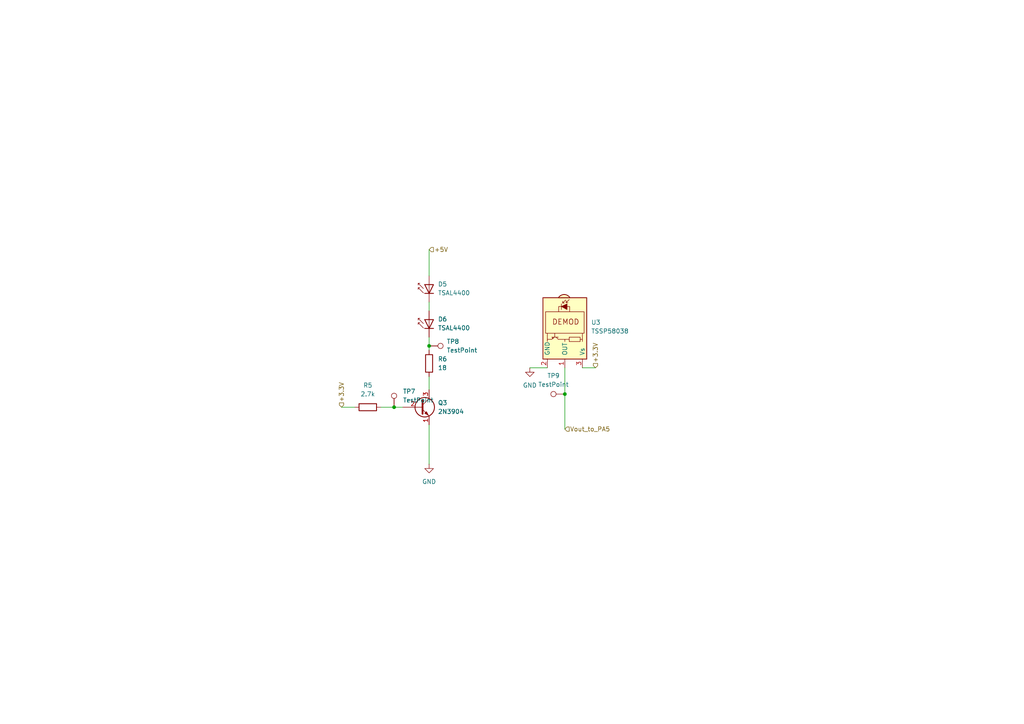
<source format=kicad_sch>
(kicad_sch (version 20231120) (generator "eeschema") (generator_version "8.0")
  (paper "A4")
  (lib_symbols
    (symbol "Connector:TestPoint" (pin_numbers hide) (pin_names (offset 0.762) hide)
      (property "Reference" "TP" (at 0 6.858 0))
      (property "Value" "TestPoint" (at 0 5.08 0))
      (symbol "TestPoint_0_1"
        (circle (center 0 3.302) (radius 0.762))
      )
      (symbol "TestPoint_1_1"
        (pin passive line (at 0 0 90) (length 2.54) (name "1") (number "1"))
      )
    )
    (symbol "Device:R" (pin_numbers hide) (pin_names (offset 0))
      (property "Reference" "R" (at 2.032 0 90))
      (property "Value" "R" (at 0 0 90))
      (symbol "R_0_1"
        (rectangle (start -1.016 -2.54) (end 1.016 2.54) (stroke (width 0.254)))
      )
      (symbol "R_1_1"
        (pin passive line (at 0 3.81 270) (length 1.27) (name "~") (number "1"))
        (pin passive line (at 0 -3.81 90) (length 1.27) (name "~") (number "2"))
      )
    )
    (symbol "LED:TSAL4400" (pin_numbers hide) (pin_names (offset 1.016) hide)
      (property "Reference" "D" (at 0.508 1.778 0))
      (property "Value" "TSAL4400" (at -1.016 -2.794 0))
      (symbol "TSAL4400_0_1"
        (polyline (pts (xy -2.54 1.27) (xy -2.54 -1.27)) (stroke (width 0.254)))
        (polyline (pts (xy 0 0) (xy -2.54 0)))
        (polyline (pts (xy 0.381 3.175) (xy -0.127 3.175)))
        (polyline (pts (xy -1.143 1.651) (xy 0.381 3.175) (xy 0.381 2.667)))
        (polyline (pts (xy 0 1.27) (xy -2.54 0) (xy 0 -1.27) (xy 0 1.27)) (stroke (width 0.254)))
        (polyline (pts (xy -2.413 1.651) (xy -0.889 3.175) (xy -0.889 2.667) (xy -0.889 3.175) (xy -1.397 3.175)))
      )
      (symbol "TSAL4400_1_1"
        (pin passive line (at -5.08 0 0) (length 2.54) (name "K") (number "1"))
        (pin passive line (at 2.54 0 180) (length 2.54) (name "A") (number "2"))
      )
    )
    (symbol "Sensor_Proximity:TSSP58038" (pin_names (offset 1.016))
      (property "Reference" "U" (at -10.16 7.62 0))
      (property "Value" "TSSP58038" (at -10.16 -7.62 0))
      (symbol "TSSP58038_0_0"
        (arc (start -10.287 1.397) (mid -11.0899 -0.1852) (end -10.287 -1.778) (stroke (width 0.254)) (fill (type background)))
        (polyline (pts (xy 1.905 -5.08) (xy 0.127 -5.08)))
        (polyline (pts (xy 1.905 5.08) (xy 0.127 5.08)))
        (text "DEMOD" (at -3.175 0.254 900) (effects (font (size 1.524 1.524))))
      )
      (symbol "TSSP58038_0_1"
        (rectangle (start -6.096 5.588) (end 0.127 -5.588))
        (polyline (pts (xy -8.763 0.381) (xy -9.652 1.27)))
        (polyline (pts (xy -8.763 0.381) (xy -9.271 0.381)))
        (polyline (pts (xy -8.763 0.381) (xy -8.763 0.889)))
        (polyline (pts (xy -8.636 -0.635) (xy -9.525 0.254)))
        (polyline (pts (xy -8.636 -0.635) (xy -9.144 -0.635)))
        (polyline (pts (xy -8.636 -0.635) (xy -8.636 -0.127)))
        (polyline (pts (xy -8.382 -1.016) (xy -6.731 -1.016)))
        (polyline (pts (xy 1.27 -2.921) (xy 0.127 -2.921)))
        (polyline (pts (xy 1.27 -1.905) (xy 1.27 -3.81)))
        (polyline (pts (xy 1.397 -3.556) (xy 1.524 -3.556)))
        (polyline (pts (xy 1.651 -3.556) (xy 1.524 -3.556)))
        (polyline (pts (xy 1.651 -3.556) (xy 1.651 -3.302)))
        (polyline (pts (xy 1.905 0) (xy 1.905 1.27)))
        (polyline (pts (xy 1.905 4.445) (xy 1.905 5.08) (xy 2.54 5.08)))
        (polyline (pts (xy -8.382 0.635) (xy -6.731 0.635) (xy -7.62 -1.016) (xy -8.382 0.635)) (fill (type outline)))
        (polyline (pts (xy -6.096 1.397) (xy -7.62 1.397) (xy -7.62 -1.778) (xy -6.096 -1.778)))
        (polyline (pts (xy 1.27 -3.175) (xy 1.905 -3.81) (xy 1.905 -5.08) (xy 2.54 -5.08)))
        (polyline (pts (xy 1.27 -2.54) (xy 1.905 -1.905) (xy 1.905 0) (xy 2.54 0)))
        (rectangle (start 2.54 1.27) (end 1.27 4.445))
        (rectangle (start 7.62 6.35) (end -10.16 -6.35) (stroke (width 0.254)) (fill (type background)))
      )
      (symbol "TSSP58038_1_1"
        (pin output line (at 10.16 0 180) (length 2.54) (name "OUT") (number "1"))
        (pin power_in line (at 10.16 -5.08 180) (length 2.54) (name "GND") (number "2"))
        (pin power_in line (at 10.16 5.08 180) (length 2.54) (name "Vs") (number "3"))
      )
    )
    (symbol "Transistor_BJT:2N3904" (pin_names (offset 0) hide)
      (property "Reference" "Q" (at 5.08 1.905 0))
      (property "Value" "2N3904" (at 5.08 0 0))
      (symbol "2N3904_0_1"
        (polyline (pts (xy 0.635 0.635) (xy 2.54 2.54)))
        (polyline (pts (xy 0.635 -0.635) (xy 2.54 -2.54) (xy 2.54 -2.54)))
        (polyline (pts (xy 0.635 1.905) (xy 0.635 -1.905) (xy 0.635 -1.905)) (stroke (width 0.508)))
        (polyline (pts (xy 1.27 -1.778) (xy 1.778 -1.27) (xy 2.286 -2.286) (xy 1.27 -1.778) (xy 1.27 -1.778)) (fill (type outline)))
        (circle (center 1.27 0) (radius 2.8194) (stroke (width 0.254)))
      )
      (symbol "2N3904_1_1"
        (pin passive line (at 2.54 -5.08 90) (length 2.54) (name "E") (number "1"))
        (pin passive line (at -5.08 0 0) (length 5.715) (name "B") (number "2"))
        (pin passive line (at 2.54 5.08 270) (length 2.54) (name "C") (number "3"))
      )
    )
    (symbol "power:GND" (power) (pin_numbers hide) (pin_names (offset 0) hide)
      (property "Value" "GND" (at 0 -3.81 0))
      (symbol "GND_0_1"
        (polyline (pts (xy 0 0) (xy 0 -1.27) (xy 1.27 -1.27) (xy 0 -2.54) (xy -1.27 -1.27) (xy 0 -1.27)))
      )
      (symbol "GND_1_1"
        (pin power_in line (at 0 0 270) (length 0) (name "~") (number "1"))
      )
    )
  )
  (junction (at 114.3 118.11))
  (junction (at 124.46 100.33))
  (junction (at 163.83 114.3))
  (wire (pts (xy 124.46 87.63) (xy 124.46 90.17)))
  (wire (pts (xy 110.49 118.11) (xy 114.3 118.11)))
  (wire (pts (xy 99.06 118.11) (xy 102.87 118.11)))
  (wire (pts (xy 168.91 106.68) (xy 172.72 106.68)))
  (wire (pts (xy 163.83 114.3) (xy 163.83 124.46)))
  (wire (pts (xy 124.46 100.33) (xy 124.46 101.6)))
  (wire (pts (xy 124.46 97.79) (xy 124.46 100.33)))
  (wire (pts (xy 124.46 123.19) (xy 124.46 134.62)))
  (wire (pts (xy 114.3 118.11) (xy 116.84 118.11)))
  (wire (pts (xy 153.67 106.68) (xy 158.75 106.68)))
  (wire (pts (xy 124.46 109.22) (xy 124.46 113.03)))
  (wire (pts (xy 163.83 106.68) (xy 163.83 114.3)))
  (wire (pts (xy 124.46 72.39) (xy 124.46 80.01)))
  (hierarchical_label "+5V" (shape input) (at 124.46 72.39 0))
  (hierarchical_label "Vout_to_PA5" (shape input) (at 163.83 124.46 0))
  (hierarchical_label "+3.3V" (shape input) (at 99.06 118.11 90))
  (hierarchical_label "+3.3V" (shape input) (at 172.72 106.68 90))
  (symbol (lib_id "Transistor_BJT:2N3904") (at 121.92 118.11 0) (unit 1)
    (property "Reference" "Q3" (at 127 116.8399 0) (effects (justify left)))
    (property "Value" "2N3904" (at 127 119.3799 0) (effects (justify left)))
    (property "Footprint" "Package_TO_SOT_THT:TO-92_Inline" (effects (hide yes)))
    (property "Datasheet" "https://www.onsemi.com/pub/Collateral/2N3903-D.PDF" (effects (hide yes)))
    (property "Description" "0.2A Ic, 40V Vce, Small Signal NPN Transistor, TO-92" (effects (hide yes)))
  )
  (symbol (lib_id "Device:R") (at 106.68 118.11 270) (unit 1)
    (property "Reference" "R5" (at 106.68 111.76 90))
    (property "Value" "2.7k" (at 106.68 114.3 90))
    (property "Description" "Resistor" (effects (hide yes)))
  )
  (symbol (lib_id "power:GND") (at 153.67 106.68 0) (unit 1)
    (property "Reference" "#PWR06" (effects (hide yes)))
    (property "Value" "GND" (at 153.67 111.76 0))
    (property "Description" "Power symbol creates a global label with name \"GND\" , ground" (effects (hide yes)))
  )
  (symbol (lib_id "Sensor_Proximity:TSSP58038") (at 163.83 96.52 270) (unit 1)
    (property "Reference" "U3" (at 171.45 93.5149 90) (effects (justify left)))
    (property "Value" "TSSP58038" (at 171.45 96.0549 90) (effects (justify left)))
    (property "Footprint" "OptoDevice:Vishay_MINICAST-3Pin" (effects (hide yes)))
    (property "Datasheet" "http://www.vishay.com/docs/82476/tssp58p38.pdf" (effects (hide yes)))
    (property "Description" "IR Detector for Mid Range Proximity Sensor" (effects (hide yes)))
  )
  (symbol (lib_id "Device:R") (at 124.46 105.41 180) (unit 1)
    (property "Reference" "R6" (at 127 104.1399 0) (effects (justify right)))
    (property "Value" "18" (at 127 106.6799 0) (effects (justify right)))
    (property "Description" "Resistor" (effects (hide yes)))
  )
  (symbol (lib_id "Connector:TestPoint") (at 114.3 118.11 0) (unit 1)
    (property "Reference" "TP7" (at 116.84 113.5379 0) (effects (justify left)))
    (property "Value" "TestPoint" (at 116.84 116.0779 0) (effects (justify left)))
    (property "Description" "test point" (effects (hide yes)))
  )
  (symbol (lib_id "LED:TSAL4400") (at 124.46 92.71 90) (unit 1)
    (property "Reference" "D6" (at 127 92.5829 90) (effects (justify right)))
    (property "Value" "TSAL4400" (at 127 95.1229 90) (effects (justify right)))
    (property "Footprint" "LED_THT:LED_D3.0mm_IRBlack" (effects (hide yes)))
    (property "Datasheet" "http://www.vishay.com/docs/81006/tsal4400.pdf" (effects (hide yes)))
    (property "Description" "Infrared LED , 3mm LED package" (effects (hide yes)))
  )
  (symbol (lib_id "LED:TSAL4400") (at 124.46 82.55 90) (unit 1)
    (property "Reference" "D5" (at 127 82.4229 90) (effects (justify right)))
    (property "Value" "TSAL4400" (at 127 84.9629 90) (effects (justify right)))
    (property "Footprint" "LED_THT:LED_D3.0mm_IRBlack" (effects (hide yes)))
    (property "Datasheet" "http://www.vishay.com/docs/81006/tsal4400.pdf" (effects (hide yes)))
    (property "Description" "Infrared LED , 3mm LED package" (effects (hide yes)))
  )
  (symbol (lib_id "Connector:TestPoint") (at 163.83 114.3 90) (unit 1)
    (property "Reference" "TP9" (at 160.528 108.9831 90))
    (property "Value" "TestPoint" (at 160.528 111.5231 90))
    (property "Description" "test point" (effects (hide yes)))
  )
  (symbol (lib_id "power:GND") (at 124.46 134.62 0) (unit 1)
    (property "Reference" "#PWR05" (effects (hide yes)))
    (property "Value" "GND" (at 124.46 139.7 0))
    (property "Description" "Power symbol creates a global label with name \"GND\" , ground" (effects (hide yes)))
  )
  (symbol (lib_id "Connector:TestPoint") (at 124.46 100.33 270) (unit 1)
    (property "Reference" "TP8" (at 129.54 99.0599 90) (effects (justify left)))
    (property "Value" "TestPoint" (at 129.54 101.5999 90) (effects (justify left)))
    (property "Description" "test point" (effects (hide yes)))
  )
)
</source>
